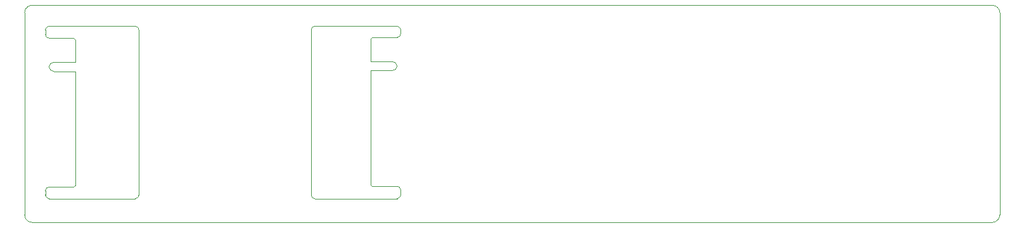
<source format=gbr>
%TF.GenerationSoftware,KiCad,Pcbnew,9.0.0*%
%TF.CreationDate,2025-04-28T22:47:42-04:00*%
%TF.ProjectId,Interposer_Board_Test_Fixture,496e7465-7270-46f7-9365-725f426f6172,rev?*%
%TF.SameCoordinates,Original*%
%TF.FileFunction,Profile,NP*%
%FSLAX46Y46*%
G04 Gerber Fmt 4.6, Leading zero omitted, Abs format (unit mm)*
G04 Created by KiCad (PCBNEW 9.0.0) date 2025-04-28 22:47:42*
%MOMM*%
%LPD*%
G01*
G04 APERTURE LIST*
%TA.AperFunction,Profile*%
%ADD10C,0.050000*%
%TD*%
G04 APERTURE END LIST*
D10*
X119163600Y-94478598D02*
G75*
G02*
X119663602Y-94978600I0J-500002D01*
G01*
X84676100Y-117028600D02*
X84676101Y-94978600D01*
X72676100Y-94478599D02*
X84176100Y-94478600D01*
X72176100Y-116828600D02*
X72176100Y-117028600D01*
X119163600Y-117528600D02*
X108176100Y-117528600D01*
X72676100Y-117528601D02*
G75*
G02*
X72176099Y-117028600I0J500001D01*
G01*
X119663600Y-117028601D02*
X119663600Y-116728599D01*
X107676100Y-117028600D02*
X107676099Y-94978600D01*
X72176100Y-95228600D02*
X72176100Y-94978600D01*
X84676100Y-117028600D02*
G75*
G02*
X84176099Y-117528600I-500000J0D01*
G01*
X199701100Y-92678600D02*
X199701100Y-119703600D01*
X108176101Y-117528599D02*
G75*
G02*
X107676101Y-117028600I-1J499999D01*
G01*
X69401100Y-119703600D02*
X69401100Y-92678600D01*
X199701100Y-119703600D02*
G75*
G02*
X198701100Y-120703600I-1000000J0D01*
G01*
X198701100Y-91678600D02*
G75*
G02*
X199701100Y-92678600I0J-1000000D01*
G01*
X70401100Y-120703600D02*
G75*
G02*
X69401100Y-119703600I0J1000000D01*
G01*
X107676099Y-94978600D02*
G75*
G02*
X108176101Y-94478599I500001J0D01*
G01*
X84176099Y-94478600D02*
G75*
G02*
X84676100Y-94978600I1J-500000D01*
G01*
X119663600Y-94978600D02*
X119663600Y-95128600D01*
X70401100Y-91678600D02*
X198701100Y-91678600D01*
X119663600Y-117028601D02*
G75*
G02*
X119163600Y-117528600I-500000J1D01*
G01*
X69401100Y-92678600D02*
G75*
G02*
X70401100Y-91678600I1000000J0D01*
G01*
X119163600Y-94478598D02*
X108176100Y-94478600D01*
X72676100Y-117528601D02*
X84176100Y-117528600D01*
X72176100Y-94978600D02*
G75*
G02*
X72676100Y-94478600I500000J0D01*
G01*
X198701100Y-120703600D02*
X70401100Y-120703600D01*
%TO.C,J1*%
X115663600Y-96178600D02*
X115663600Y-99203600D01*
X115663600Y-99203600D02*
X118563600Y-99203600D01*
X115663600Y-100403600D02*
X115663600Y-110928600D01*
X115663600Y-100403600D02*
X118563600Y-100403600D01*
X115663600Y-110928600D02*
X115663600Y-115678600D01*
X115863600Y-95978600D02*
X119163600Y-95978600D01*
X115863600Y-115878600D02*
X119163600Y-115878600D01*
X119663600Y-95128600D02*
X119663600Y-95478600D01*
X119663600Y-116378600D02*
X119663600Y-116728600D01*
X115663600Y-96178600D02*
G75*
G02*
X115863600Y-95978600I200000J0D01*
G01*
X115863600Y-115878600D02*
G75*
G02*
X115663600Y-115678600I0J200000D01*
G01*
X118563600Y-99203600D02*
G75*
G02*
X119163600Y-99803600I0J-600000D01*
G01*
X119163600Y-99803600D02*
G75*
G02*
X118563600Y-100403600I-600000J0D01*
G01*
X119163600Y-115878600D02*
G75*
G02*
X119663600Y-116378600I0J-500000D01*
G01*
X119663600Y-95478600D02*
G75*
G02*
X119163600Y-95978600I-500000J0D01*
G01*
%TO.C,J2*%
X72176100Y-95228600D02*
X72176100Y-95578600D01*
X72176100Y-116478600D02*
X72176100Y-116828600D01*
X75976100Y-96078600D02*
X72676100Y-96078600D01*
X75976100Y-115978600D02*
X72676100Y-115978600D01*
X76176100Y-96278600D02*
X76176100Y-99303600D01*
X76176100Y-99303600D02*
X73276100Y-99303600D01*
X76176100Y-100503600D02*
X73276100Y-100503600D01*
X76176100Y-100503600D02*
X76176100Y-111028600D01*
X76176100Y-111028600D02*
X76176100Y-115778600D01*
X72176100Y-116478600D02*
G75*
G02*
X72676100Y-115978600I500000J0D01*
G01*
X72676100Y-96078600D02*
G75*
G02*
X72176100Y-95578600I3J500003D01*
G01*
X72676100Y-99903600D02*
G75*
G02*
X73276100Y-99303600I600000J0D01*
G01*
X73276100Y-100503600D02*
G75*
G02*
X72676100Y-99903600I0J600000D01*
G01*
X75976100Y-96078600D02*
G75*
G02*
X76176100Y-96278600I0J-200000D01*
G01*
X76176100Y-115778600D02*
G75*
G02*
X75976100Y-115978600I-200000J0D01*
G01*
%TD*%
M02*

</source>
